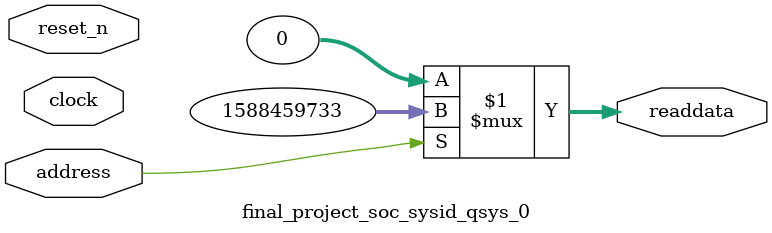
<source format=v>



// synthesis translate_off
`timescale 1ns / 1ps
// synthesis translate_on

// turn off superfluous verilog processor warnings 
// altera message_level Level1 
// altera message_off 10034 10035 10036 10037 10230 10240 10030 

module final_project_soc_sysid_qsys_0 (
               // inputs:
                address,
                clock,
                reset_n,

               // outputs:
                readdata
             )
;

  output  [ 31: 0] readdata;
  input            address;
  input            clock;
  input            reset_n;

  wire    [ 31: 0] readdata;
  //control_slave, which is an e_avalon_slave
  assign readdata = address ? 1588459733 : 0;

endmodule



</source>
